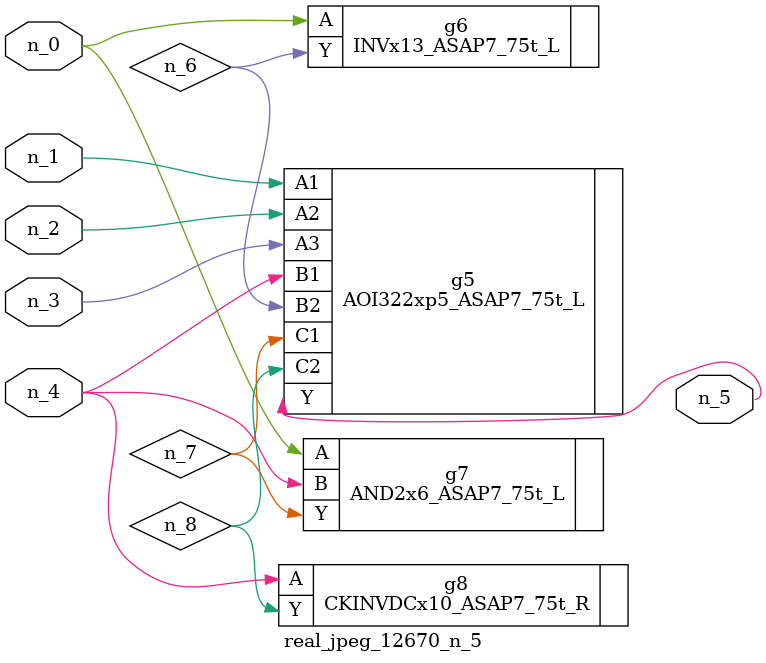
<source format=v>
module real_jpeg_12670_n_5 (n_4, n_0, n_1, n_2, n_3, n_5);

input n_4;
input n_0;
input n_1;
input n_2;
input n_3;

output n_5;

wire n_8;
wire n_6;
wire n_7;

INVx13_ASAP7_75t_L g6 ( 
.A(n_0),
.Y(n_6)
);

AND2x6_ASAP7_75t_L g7 ( 
.A(n_0),
.B(n_4),
.Y(n_7)
);

AOI322xp5_ASAP7_75t_L g5 ( 
.A1(n_1),
.A2(n_2),
.A3(n_3),
.B1(n_4),
.B2(n_6),
.C1(n_7),
.C2(n_8),
.Y(n_5)
);

CKINVDCx10_ASAP7_75t_R g8 ( 
.A(n_4),
.Y(n_8)
);


endmodule
</source>
